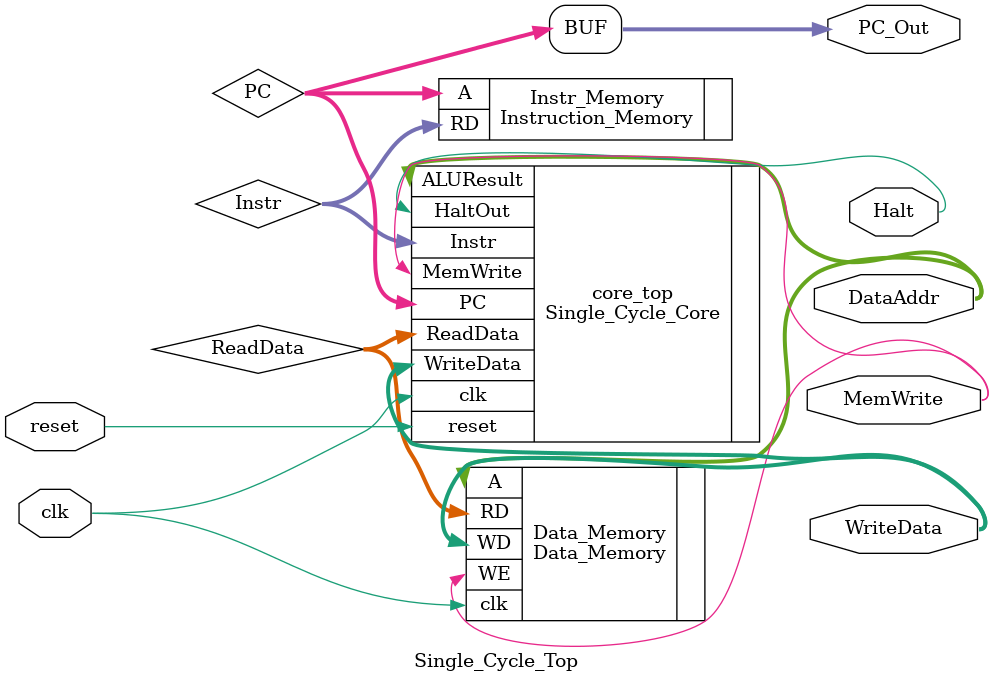
<source format=v>
`timescale 1ns / 1ps
/*
 * Copyright (c) 2023 Govardhan
 *
 * Permission is hereby granted, free of charge, to any person obtaining a copy
 * of this software and associated documentation files (the "Software"), to deal
 * in the Software without restriction, including without limitation the rights
 * to use, copy, modify, merge, publish, distribute, sublicense, and/or sell
 * copies of the Software, and to permit persons to whom the Software is
 * furnished to do so, subject to the following conditions:
 *
 * The above copyright notice and this permission notice shall be included in
 * all copies or substantial portions of the Software.
 *
 * THE SOFTWARE IS PROVIDED "AS IS", WITHOUT WARRANTY OF ANY KIND, EXPRESS OR
 * IMPLIED, INCLUDING BUT NOT LIMITED TO THE WARRANTIES OF MERCHANTABILITY,
 * FITNESS FOR A PARTICULAR PURPOSE AND NONINFRINGEMENT. IN NO EVENT SHALL THE
 * AUTHORS OR COPYRIGHT HOLDERS BE LIABLE FOR ANY CLAIM, DAMAGES OR OTHER
 * LIABILITY, WHETHER IN AN ACTION OF CONTRACT, TORT OR OTHERWISE, ARISING FROM,
 * OUT OF OR IN CONNECTION WITH THE SOFTWARE OR THE USE OR OTHER DEALINGS IN
 * THE SOFTWARE.
 */
module Single_Cycle_Top(
			input 	      clk,reset,
			output [31:0] WriteData,DataAddr,
			output 	      MemWrite,
			output        Halt,      // HALT signal for clean program termination
			output [31:0] PC_Out     // PC output for debugging/monitoring
			);

   wire [31:0] 			      PC, Instr, ReadData;

   // Expose PC to output for monitoring
   assign PC_Out = PC;

   Single_Cycle_Core core_top (
			       .clk(clk),
			       .reset(reset),
			       .Instr(Instr),
			       .ReadData(ReadData),
			       .PC(PC),
			       .MemWrite(MemWrite),
			       .ALUResult(DataAddr),
			       .WriteData(WriteData),
			       .HaltOut(Halt)         // Connect HALT signal
			       );

   Instruction_Memory Instr_Memory ( 
				     .A(PC),
				     .RD(Instr) );

   Data_Memory Data_Memory (
			    .clk(clk), 
			    .WE(MemWrite),
			    .A(DataAddr), 
			    .WD(WriteData),
			    .RD(ReadData) );

endmodule

</source>
